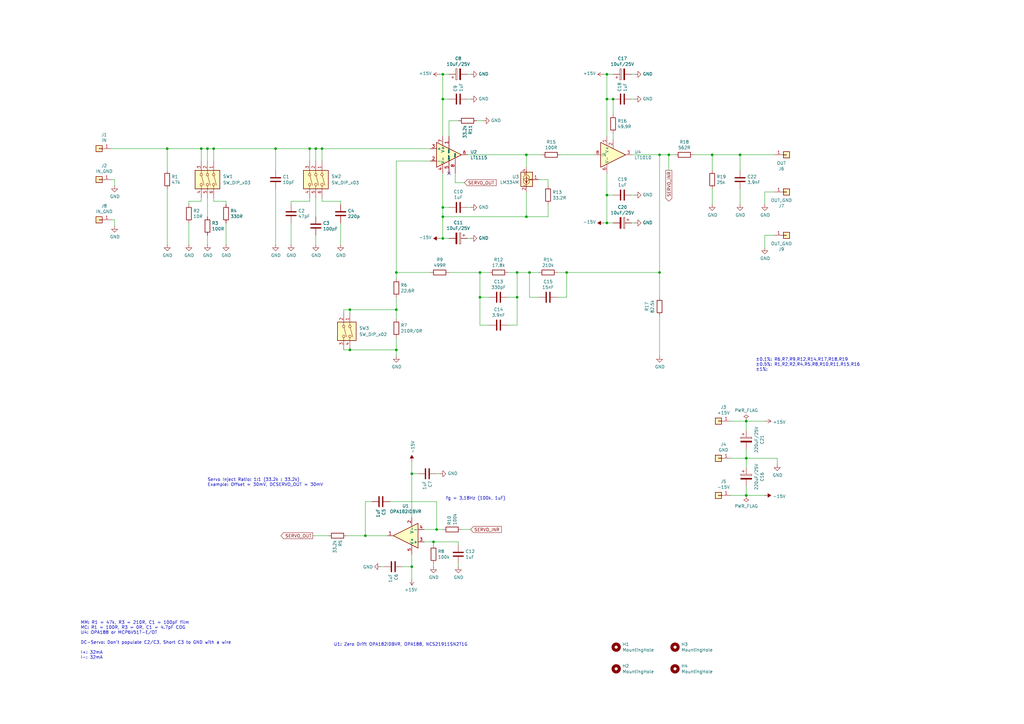
<source format=kicad_sch>
(kicad_sch (version 20250114) (generator "eeschema") (generator_version "9.0")
  (paper "A3")
  (title_block (title "LT1115 MC/MM Phono Pre") (date "2025-08-15") (rev "V6"))
  (lib_symbols
    (symbol "Amplifier_Operational:OPA188xxDBV" (pin_names (offset 0.127))
      (property "Reference" "U" (at 0 5.08 0))
      (property "Value" "OPA188xxDBV" (at 0 -5.08 0))
      (symbol "OPA188xxDBV_0_1"
        (polyline (pts (xy -5.08 5.08) (xy 5.08 0) (xy -5.08 -5.08) (xy -5.08 5.08)) (stroke (width 0.254)) (fill (type background)))
        (pin power_in line (at -2.54 7.62 270) (length 3.81) (name "V+") (number "5"))
        (pin power_in line (at -2.54 -7.62 90) (length 3.81) (name "V-") (number "2"))
      )
      (symbol "OPA188xxDBV_1_1"
        (pin input line (at -7.62 2.54 0) (length 2.54) (name "+") (number "3"))
        (pin input line (at -7.62 -2.54 0) (length 2.54) (name "-") (number "4"))
        (pin output line (at 7.62 0 180) (length 2.54) (name "~") (number "1"))
      )
    )
    (symbol "Connector_Generic:Conn_01x01" (pin_names (offset 1.016) (hide yes))
      (property "Reference" "J" (at 0 2.54 0))
      (property "Value" "Conn_01x01" (at 0 -2.54 0))
      (symbol "Conn_01x01_1_1"
        (rectangle (start -1.27 1.27) (end 1.27 -1.27) (stroke (width 0.254)) (fill (type background)))
        (rectangle (start -1.27 0.127) (end 0 -0.127) (stroke (width 0.1524)))
        (pin passive line (at -5.08 0 0) (length 3.81) (name "Pin_1") (number "1"))
      )
    )
    (symbol "Device:C" (pin_numbers (hide yes)) (pin_names (offset 0.254))
      (property "Reference" "C" (at 0.635 2.54 0))
      (property "Value" "C" (at 0.635 -2.54 0))
      (symbol "C_0_1"
        (polyline (pts (xy -2.032 0.762) (xy 2.032 0.762)) (stroke (width 0.508)))
        (polyline (pts (xy -2.032 -0.762) (xy 2.032 -0.762)) (stroke (width 0.508)))
      )
      (symbol "C_1_1"
        (pin passive line (at 0 3.81 270) (length 2.794) (name "~") (number "1"))
        (pin passive line (at 0 -3.81 90) (length 2.794) (name "~") (number "2"))
      )
    )
    (symbol "Device:C_Polarized" (pin_numbers (hide yes)) (pin_names (offset 0.254))
      (property "Reference" "C" (at 0.635 2.54 0))
      (property "Value" "C_Polarized" (at 0.635 -2.54 0))
      (symbol "C_Polarized_0_1"
        (rectangle (start -2.286 0.508) (end 2.286 1.016))
        (polyline (pts (xy -1.778 2.286) (xy -0.762 2.286)))
        (polyline (pts (xy -1.27 2.794) (xy -1.27 1.778)))
        (rectangle (start 2.286 -0.508) (end -2.286 -1.016) (fill (type outline)))
      )
      (symbol "C_Polarized_1_1"
        (pin passive line (at 0 3.81 270) (length 2.794) (name "~") (number "1"))
        (pin passive line (at 0 -3.81 90) (length 2.794) (name "~") (number "2"))
      )
    )
    (symbol "Device:R" (pin_numbers (hide yes)) (pin_names (offset 0))
      (property "Reference" "R" (at 2.032 0 90))
      (property "Value" "R" (at 0 0 90))
      (symbol "R_0_1"
        (rectangle (start -1.016 -2.54) (end 1.016 2.54) (stroke (width 0.254)))
      )
      (symbol "R_1_1"
        (pin passive line (at 0 3.81 270) (length 1.27) (name "~") (number "1"))
        (pin passive line (at 0 -3.81 90) (length 1.27) (name "~") (number "2"))
      )
    )
    (symbol "Mechanical:MountingHole" (pin_names (offset 1.016)) (in_bom no)
      (property "Reference" "H" (at 0 5.08 0))
      (property "Value" "MountingHole" (at 0 3.175 0))
      (symbol "MountingHole_0_1"
        (circle (center 0 0) (radius 1.27) (stroke (width 1.27)))
      )
    )
    (symbol "Reference_Current:LM334M"
      (property "Reference" "U" (at 0.635 6.35 0))
      (property "Value" "LM334M" (at 0.635 4.445 0))
      (symbol "LM334M_0_1"
        (rectangle (start -2.286 3.048) (end 2.54 -2.794) (stroke (width 0.254)) (fill (type background)))
        (polyline (pts (xy -1.143 -2.413) (xy -0.381 -2.413)))
        (polyline (pts (xy -1.016 2.413) (xy -0.254 2.413)))
        (polyline (pts (xy -0.635 2.794) (xy -0.635 2.032)))
        (polyline (pts (xy 0 3.81) (xy 0 1.905)))
        (polyline (pts (xy 0 1.397) (xy 0 -1.397)) (stroke (width 0.254)))
        (circle (center 0 0.635) (radius 1.27))
        (circle (center 0 -0.635) (radius 1.27))
        (polyline (pts (xy 0 -1.397) (xy -0.254 -0.889) (xy 0.254 -0.889) (xy 0 -1.397)) (stroke (width 0.254)))
        (polyline (pts (xy 0 -1.905) (xy 0 -3.175)))
        (polyline (pts (xy 1.27 0) (xy 2.159 0.254) (xy 2.159 -0.254) (xy 1.27 0)))
        (polyline (pts (xy 5.08 0) (xy 1.27 0)))
      )
      (symbol "LM334M_1_1"
        (pin passive line (at 0 5.08 270) (length 2.54) (name "~") (number "4"))
        (pin passive line (at 0 -5.08 90) (length 2.54) (name "~") (number "2"))
        (pin passive line (at 0 -5.08 90) (length 2.54) (hide yes) (name "~") (number "3"))
        (pin passive line (at 0 -5.08 90) (length 2.54) (hide yes) (name "~") (number "6"))
        (pin passive line (at 0 -5.08 90) (length 2.54) (hide yes) (name "~") (number "7"))
        (pin passive line (at 5.08 0 180) (length 2.54) (name "~") (number "1"))
      )
    )
    (symbol "Switch:SW_DIP_x02" (pin_names (offset 0) (hide yes))
      (property "Reference" "SW" (at 0 6.35 0))
      (property "Value" "SW_DIP_x02" (at 0 -3.81 0))
      (symbol "SW_DIP_x02_0_0"
        (circle (center -2.032 2.54) (radius 0.508))
        (circle (center -2.032 0) (radius 0.508))
        (polyline (pts (xy -1.524 2.667) (xy 2.3622 3.7084)))
        (polyline (pts (xy -1.524 0.127) (xy 2.3622 1.1684)))
        (circle (center 2.032 2.54) (radius 0.508))
        (circle (center 2.032 0) (radius 0.508))
      )
      (symbol "SW_DIP_x02_0_1"
        (rectangle (start -3.81 5.08) (end 3.81 -2.54) (stroke (width 0.254)) (fill (type background)))
      )
      (symbol "SW_DIP_x02_1_1"
        (pin passive line (at -7.62 2.54 0) (length 5.08) (name "~") (number "1"))
        (pin passive line (at -7.62 0 0) (length 5.08) (name "~") (number "2"))
        (pin passive line (at 7.62 2.54 180) (length 5.08) (name "~") (number "4"))
        (pin passive line (at 7.62 0 180) (length 5.08) (name "~") (number "3"))
      )
    )
    (symbol "Switch:SW_DIP_x03" (pin_names (offset 0) (hide yes))
      (property "Reference" "SW" (at 0 6.35 0))
      (property "Value" "SW_DIP_x03" (at 0 -6.35 0))
      (symbol "SW_DIP_x03_0_0"
        (circle (center -2.032 2.54) (radius 0.508))
        (circle (center -2.032 0) (radius 0.508))
        (circle (center -2.032 -2.54) (radius 0.508))
        (polyline (pts (xy -1.524 2.667) (xy 2.3622 3.7084)))
        (polyline (pts (xy -1.524 0.127) (xy 2.3622 1.1684)))
        (polyline (pts (xy -1.524 -2.413) (xy 2.3622 -1.3716)))
        (circle (center 2.032 2.54) (radius 0.508))
        (circle (center 2.032 0) (radius 0.508))
        (circle (center 2.032 -2.54) (radius 0.508))
      )
      (symbol "SW_DIP_x03_0_1"
        (rectangle (start -3.81 5.08) (end 3.81 -5.08) (stroke (width 0.254)) (fill (type background)))
      )
      (symbol "SW_DIP_x03_1_1"
        (pin passive line (at -7.62 2.54 0) (length 5.08) (name "~") (number "1"))
        (pin passive line (at -7.62 0 0) (length 5.08) (name "~") (number "2"))
        (pin passive line (at -7.62 -2.54 0) (length 5.08) (name "~") (number "3"))
        (pin passive line (at 7.62 2.54 180) (length 5.08) (name "~") (number "6"))
        (pin passive line (at 7.62 0 180) (length 5.08) (name "~") (number "5"))
        (pin passive line (at 7.62 -2.54 180) (length 5.08) (name "~") (number "4"))
      )
    )
    (symbol "kicad-snk:LT1010" (pin_names (offset 0.254))
      (property "Reference" "U" (at 5.08 6.35 0))
      (property "Value" "LT1010" (at 6.35 -6.35 0))
      (symbol "LT1010_0_1"
        (polyline (pts (xy 5.08 0) (xy -5.08 5.08) (xy -5.08 -5.08) (xy 5.08 0)) (stroke (width 0.254)) (fill (type background)))
      )
      (symbol "LT1010_1_1"
        (pin input line (at -7.62 0 0) (length 2.54) (name "IN") (number "8"))
        (pin power_in line (at -2.54 7.62 270) (length 3.81) (name "V+") (number "1"))
        (pin power_in line (at -2.54 -7.62 90) (length 3.81) (name "V-") (number "6"))
        (pin power_in line (at 0 6.35 270) (length 3.81) (name "~") (number "2"))
        (pin output line (at 7.62 0 180) (length 2.54) (name "~") (number "3"))
      )
    )
    (symbol "kicad-snk:LT1115" (pin_names (offset 0.127))
      (property "Reference" "U" (at 5.08 7.62 0))
      (property "Value" "LT1115" (at 5.08 5.08 0))
      (symbol "LT1115_0_1"
        (polyline (pts (xy -5.08 5.08) (xy -5.08 -5.08) (xy 5.08 0) (xy -5.08 5.08)) (stroke (width 0.254)) (fill (type background)))
      )
      (symbol "LT1115_1_1"
        (pin input line (at -7.62 2.54 0) (length 2.54) (name "+") (number "3"))
        (pin input line (at -7.62 -2.54 0) (length 2.54) (name "-") (number "2"))
        (pin power_in line (at -2.54 7.62 270) (length 3.81) (name "V+") (number "7"))
        (pin power_in line (at -2.54 -7.62 90) (length 3.81) (name "V-") (number "4"))
        (pin input line (at 0 7.62 270) (length 5.08) (name "TRIM") (number "1"))
        (pin input line (at 0 -7.62 90) (length 5.08) (name "COMP") (number "5"))
        (pin output line (at 2.54 -7.62 90) (length 6.35) (name "TRIM") (number "8"))
        (pin output line (at 7.62 0 180) (length 2.54) (name "~") (number "6"))
      )
    )
    (symbol "power:+15V" (power) (pin_numbers (hide yes)) (pin_names (offset 0) (hide yes))
      (property "Value" "+15V" (at 0 3.556 0))
      (symbol "+15V_0_1"
        (polyline (pts (xy -0.762 1.27) (xy 0 2.54)))
        (polyline (pts (xy 0 2.54) (xy 0.762 1.27)))
        (polyline (pts (xy 0 0) (xy 0 2.54)))
      )
      (symbol "+15V_1_1"
        (pin power_in line (at 0 0 90) (length 0) (name "~") (number "1"))
      )
    )
    (symbol "power:-15V" (power) (pin_numbers (hide yes)) (pin_names (offset 0) (hide yes))
      (property "Value" "-15V" (at 0 3.556 0))
      (symbol "-15V_0_0"
        (pin power_in line (at 0 0 90) (length 0) (name "~") (number "1"))
      )
      (symbol "-15V_0_1"
        (polyline (pts (xy 0 0) (xy 0 1.27) (xy 0.762 1.27) (xy 0 2.54) (xy -0.762 1.27) (xy 0 1.27)) (fill (type outline)))
      )
    )
    (symbol "power:GND" (power) (pin_numbers (hide yes)) (pin_names (offset 0) (hide yes))
      (property "Value" "GND" (at 0 -3.81 0))
      (symbol "GND_0_1"
        (polyline (pts (xy 0 0) (xy 0 -1.27) (xy 1.27 -1.27) (xy 0 -2.54) (xy -1.27 -1.27) (xy 0 -1.27)))
      )
      (symbol "GND_1_1"
        (pin power_in line (at 0 0 270) (length 0) (name "~") (number "1"))
      )
    )
    (symbol "power:PWR_FLAG" (power) (pin_numbers (hide yes)) (pin_names (offset 0) (hide yes))
      (property "Value" "PWR_FLAG" (at 0 3.81 0))
      (symbol "PWR_FLAG_0_0"
        (pin power_out line (at 0 0 90) (length 0) (name "~") (number "1"))
      )
      (symbol "PWR_FLAG_0_1"
        (polyline (pts (xy 0 0) (xy 0 1.27) (xy -1.016 1.905) (xy 0 2.54) (xy 1.016 1.905) (xy 0 1.27)))
      )
    )
  )
  (text "U1: Zero Drift OPA182IDBVR, OPA188, NCS21911SN2T1G" (at 136.906 265.176 0) (effects (font (size 1.27 1.27)) (justify left bottom)))
  (text "Servo Inject Ratio: 1:1 (33.2k : 33.2k)\nExample: Offset = 30mV, DCSERVO_OUT = 30mV" (at 85.09 199.644 0) (effects (font (size 1.27 1.27)) (justify left bottom)))
  (text "MM: R1 = 47k, R3 = 210R, C1 = 100pF film\nMC: R1 = 100R, R3 = 0R, C1 = 4.7pF COG\nU4: OPA188 or MCP6V51T-E/OT\n\nDC-Servo: Don’t populate C2/C3, Short C3 to GND with a wire\n\nI+: 32mA\nI-: 32mA" (at 33.02 270.51 0) (effects (font (size 1.27 1.27)) (justify left bottom)))
  (text "±0.1%: R6,R7,R9,R12,R14,R17,R18,R19\n±0.5%: R1,R2,R2,R4,R5,R8,R10,R11,R15,R16\n±1%: \n" (at 309.88 149.606 0) (effects (font (size 1.27 1.27)) (justify left)))
  (text "fg = 3.18Hz (100k, 1uF)" (at 182.88 205.232 0) (effects (font (size 1.27 1.27)) (justify left bottom)))
  (junction (at 196.85 111.76))
  (junction (at 68.58 60.96))
  (junction (at 162.56 127))
  (junction (at 82.55 60.96))
  (junction (at 181.61 85.09))
  (junction (at 113.03 60.96))
  (junction (at 181.61 40.64))
  (junction (at 127 60.96))
  (junction (at 162.56 143.51))
  (junction (at 149.86 219.71))
  (junction (at 132.08 60.96))
  (junction (at 212.09 111.76))
  (junction (at 274.32 63.5))
  (junction (at 232.41 111.76))
  (junction (at 196.85 121.92))
  (junction (at 215.9 63.5))
  (junction (at 181.61 88.9))
  (junction (at 162.56 111.76))
  (junction (at 215.9 88.9))
  (junction (at 248.92 30.48))
  (junction (at 248.92 91.44))
  (junction (at 306.07 203.2))
  (junction (at 248.92 40.64))
  (junction (at 143.51 143.51))
  (junction (at 129.54 60.96))
  (junction (at 217.17 111.76))
  (junction (at 306.07 172.72))
  (junction (at 179.07 217.17))
  (junction (at 251.46 40.64))
  (junction (at 177.8 222.25))
  (junction (at 181.61 30.48))
  (junction (at 270.51 63.5))
  (junction (at 181.61 97.79))
  (junction (at 168.91 194.31))
  (junction (at 212.09 121.92))
  (junction (at 85.09 60.96))
  (junction (at 248.92 80.01))
  (junction (at 143.51 127))
  (junction (at 87.63 60.96))
  (junction (at 306.07 187.96))
  (junction (at 292.1 63.5))
  (junction (at 303.53 63.5))
  (junction (at 168.91 232.41))
  (junction (at 270.51 111.76))
  (no_connect (at 184.15 71.12))
  (wire (pts (xy 177.8 222.25) (xy 187.96 222.25)))
  (wire (pts (xy 251.46 30.48) (xy 248.92 30.48)))
  (wire (pts (xy 87.63 60.96) (xy 87.63 66.04)))
  (wire (pts (xy 224.79 73.66) (xy 220.98 73.66)))
  (wire (pts (xy 173.99 222.25) (xy 177.8 222.25)))
  (wire (pts (xy 180.34 97.79) (xy 181.61 97.79)))
  (wire (pts (xy 181.61 88.9) (xy 181.61 97.79)))
  (wire (pts (xy 132.08 60.96) (xy 176.53 60.96)))
  (wire (pts (xy 132.08 60.96) (xy 132.08 66.04)))
  (wire (pts (xy 318.77 187.96) (xy 306.07 187.96)))
  (wire (pts (xy 224.79 83.82) (xy 224.79 88.9)))
  (wire (pts (xy 200.66 121.92) (xy 196.85 121.92)))
  (wire (pts (xy 184.15 85.09) (xy 181.61 85.09)))
  (wire (pts (xy 260.35 40.64) (xy 259.08 40.64)))
  (wire (pts (xy 189.23 217.17) (xy 193.04 217.17)))
  (wire (pts (xy 229.87 63.5) (xy 243.84 63.5)))
  (wire (pts (xy 184.15 49.53) (xy 184.15 55.88)))
  (wire (pts (xy 292.1 69.85) (xy 292.1 63.5)))
  (wire (pts (xy 87.63 60.96) (xy 113.03 60.96)))
  (wire (pts (xy 212.09 121.92) (xy 212.09 111.76)))
  (wire (pts (xy 139.7 82.55) (xy 139.7 83.82)))
  (wire (pts (xy 232.41 121.92) (xy 232.41 111.76)))
  (wire (pts (xy 46.99 90.17) (xy 46.99 92.71)))
  (wire (pts (xy 92.71 82.55) (xy 92.71 83.82)))
  (wire (pts (xy 228.6 111.76) (xy 232.41 111.76)))
  (wire (pts (xy 195.58 49.53) (xy 198.12 49.53)))
  (wire (pts (xy 260.35 80.01) (xy 259.08 80.01)))
  (wire (pts (xy 129.54 96.52) (xy 129.54 100.33)))
  (wire (pts (xy 215.9 63.5) (xy 222.25 63.5)))
  (wire (pts (xy 162.56 121.92) (xy 162.56 127)))
  (wire (pts (xy 45.72 90.17) (xy 46.99 90.17)))
  (wire (pts (xy 82.55 82.55) (xy 77.47 82.55)))
  (wire (pts (xy 259.08 63.5) (xy 270.51 63.5)))
  (wire (pts (xy 224.79 76.2) (xy 224.79 73.66)))
  (wire (pts (xy 208.28 133.35) (xy 212.09 133.35)))
  (wire (pts (xy 77.47 91.44) (xy 77.47 100.33)))
  (wire (pts (xy 119.38 82.55) (xy 127 82.55)))
  (wire (pts (xy 220.98 121.92) (xy 217.17 121.92)))
  (wire (pts (xy 132.08 81.28) (xy 132.08 82.55)))
  (wire (pts (xy 45.72 60.96) (xy 68.58 60.96)))
  (wire (pts (xy 251.46 80.01) (xy 248.92 80.01)))
  (wire (pts (xy 317.5 96.52) (xy 313.69 96.52)))
  (wire (pts (xy 87.63 82.55) (xy 92.71 82.55)))
  (wire (pts (xy 248.92 71.12) (xy 248.92 80.01)))
  (wire (pts (xy 160.02 205.74) (xy 179.07 205.74)))
  (wire (pts (xy 87.63 81.28) (xy 87.63 82.55)))
  (wire (pts (xy 177.8 232.41) (xy 177.8 231.14)))
  (wire (pts (xy 162.56 127) (xy 162.56 130.81)))
  (wire (pts (xy 187.96 222.25) (xy 187.96 223.52)))
  (wire (pts (xy 274.32 69.85) (xy 274.32 63.5)))
  (wire (pts (xy 140.97 127) (xy 140.97 128.27)))
  (wire (pts (xy 68.58 77.47) (xy 68.58 100.33)))
  (wire (pts (xy 113.03 60.96) (xy 113.03 69.85)))
  (wire (pts (xy 181.61 40.64) (xy 181.61 55.88)))
  (wire (pts (xy 140.97 127) (xy 143.51 127)))
  (wire (pts (xy 232.41 111.76) (xy 270.51 111.76)))
  (wire (pts (xy 129.54 81.28) (xy 129.54 88.9)))
  (wire (pts (xy 303.53 83.82) (xy 303.53 77.47)))
  (wire (pts (xy 179.07 194.31) (xy 180.34 194.31)))
  (wire (pts (xy 270.51 111.76) (xy 270.51 121.92)))
  (wire (pts (xy 217.17 121.92) (xy 217.17 111.76)))
  (wire (pts (xy 248.92 30.48) (xy 248.92 40.64)))
  (wire (pts (xy 186.69 74.93) (xy 186.69 71.12)))
  (wire (pts (xy 317.5 78.74) (xy 313.69 78.74)))
  (wire (pts (xy 306.07 187.96) (xy 306.07 191.77)))
  (wire (pts (xy 193.04 85.09) (xy 191.77 85.09)))
  (wire (pts (xy 119.38 91.44) (xy 119.38 100.33)))
  (wire (pts (xy 129.54 60.96) (xy 132.08 60.96)))
  (wire (pts (xy 68.58 69.85) (xy 68.58 60.96)))
  (wire (pts (xy 251.46 57.15) (xy 251.46 54.61)))
  (wire (pts (xy 181.61 97.79) (xy 184.15 97.79)))
  (wire (pts (xy 177.8 222.25) (xy 177.8 223.52)))
  (wire (pts (xy 46.99 73.66) (xy 46.99 76.2)))
  (wire (pts (xy 270.51 63.5) (xy 274.32 63.5)))
  (wire (pts (xy 184.15 111.76) (xy 196.85 111.76)))
  (wire (pts (xy 306.07 203.2) (xy 299.72 203.2)))
  (wire (pts (xy 313.69 78.74) (xy 313.69 83.82)))
  (wire (pts (xy 313.69 172.72) (xy 306.07 172.72)))
  (wire (pts (xy 181.61 85.09) (xy 181.61 88.9)))
  (wire (pts (xy 184.15 40.64) (xy 181.61 40.64)))
  (wire (pts (xy 168.91 194.31) (xy 168.91 212.09)))
  (wire (pts (xy 165.1 232.41) (xy 168.91 232.41)))
  (wire (pts (xy 181.61 217.17) (xy 179.07 217.17)))
  (wire (pts (xy 156.21 232.41) (xy 157.48 232.41)))
  (wire (pts (xy 212.09 111.76) (xy 217.17 111.76)))
  (wire (pts (xy 92.71 91.44) (xy 92.71 100.33)))
  (wire (pts (xy 306.07 199.39) (xy 306.07 203.2)))
  (wire (pts (xy 85.09 60.96) (xy 87.63 60.96)))
  (wire (pts (xy 180.34 30.48) (xy 181.61 30.48)))
  (wire (pts (xy 306.07 203.2) (xy 313.69 203.2)))
  (wire (pts (xy 248.92 80.01) (xy 248.92 91.44)))
  (wire (pts (xy 68.58 60.96) (xy 82.55 60.96)))
  (wire (pts (xy 179.07 217.17) (xy 173.99 217.17)))
  (wire (pts (xy 251.46 91.44) (xy 248.92 91.44)))
  (wire (pts (xy 292.1 83.82) (xy 292.1 77.47)))
  (wire (pts (xy 82.55 81.28) (xy 82.55 82.55)))
  (wire (pts (xy 270.51 129.54) (xy 270.51 146.05)))
  (wire (pts (xy 149.86 219.71) (xy 158.75 219.71)))
  (wire (pts (xy 132.08 82.55) (xy 139.7 82.55)))
  (wire (pts (xy 196.85 111.76) (xy 200.66 111.76)))
  (wire (pts (xy 181.61 71.12) (xy 181.61 85.09)))
  (wire (pts (xy 193.04 97.79) (xy 191.77 97.79)))
  (wire (pts (xy 306.07 172.72) (xy 299.72 172.72)))
  (wire (pts (xy 181.61 30.48) (xy 181.61 40.64)))
  (wire (pts (xy 134.62 219.71) (xy 128.27 219.71)))
  (wire (pts (xy 187.96 232.41) (xy 187.96 231.14)))
  (wire (pts (xy 208.28 111.76) (xy 212.09 111.76)))
  (wire (pts (xy 217.17 111.76) (xy 220.98 111.76)))
  (wire (pts (xy 152.4 205.74) (xy 149.86 205.74)))
  (wire (pts (xy 77.47 82.55) (xy 77.47 83.82)))
  (wire (pts (xy 196.85 121.92) (xy 196.85 111.76)))
  (wire (pts (xy 303.53 69.85) (xy 303.53 63.5)))
  (wire (pts (xy 251.46 40.64) (xy 248.92 40.64)))
  (wire (pts (xy 187.96 49.53) (xy 184.15 49.53)))
  (wire (pts (xy 181.61 30.48) (xy 184.15 30.48)))
  (wire (pts (xy 303.53 63.5) (xy 292.1 63.5)))
  (wire (pts (xy 306.07 184.15) (xy 306.07 187.96)))
  (wire (pts (xy 248.92 40.64) (xy 248.92 55.88)))
  (wire (pts (xy 162.56 66.04) (xy 162.56 111.76)))
  (wire (pts (xy 212.09 133.35) (xy 212.09 121.92)))
  (wire (pts (xy 140.97 143.51) (xy 143.51 143.51)))
  (wire (pts (xy 85.09 60.96) (xy 85.09 66.04)))
  (wire (pts (xy 270.51 63.5) (xy 270.51 111.76)))
  (wire (pts (xy 129.54 60.96) (xy 129.54 66.04)))
  (wire (pts (xy 228.6 121.92) (xy 232.41 121.92)))
  (wire (pts (xy 190.5 74.93) (xy 186.69 74.93)))
  (wire (pts (xy 82.55 60.96) (xy 85.09 60.96)))
  (wire (pts (xy 143.51 127) (xy 162.56 127)))
  (wire (pts (xy 193.04 40.64) (xy 191.77 40.64)))
  (wire (pts (xy 139.7 91.44) (xy 139.7 100.33)))
  (wire (pts (xy 119.38 82.55) (xy 119.38 83.82)))
  (wire (pts (xy 193.04 30.48) (xy 191.77 30.48)))
  (wire (pts (xy 168.91 232.41) (xy 168.91 227.33)))
  (wire (pts (xy 292.1 63.5) (xy 284.48 63.5)))
  (wire (pts (xy 171.45 194.31) (xy 168.91 194.31)))
  (wire (pts (xy 306.07 187.96) (xy 299.72 187.96)))
  (wire (pts (xy 127 60.96) (xy 127 66.04)))
  (wire (pts (xy 313.69 96.52) (xy 313.69 101.6)))
  (wire (pts (xy 247.65 30.48) (xy 248.92 30.48)))
  (wire (pts (xy 143.51 143.51) (xy 162.56 143.51)))
  (wire (pts (xy 247.65 91.44) (xy 248.92 91.44)))
  (wire (pts (xy 260.35 91.44) (xy 259.08 91.44)))
  (wire (pts (xy 168.91 237.49) (xy 168.91 232.41)))
  (wire (pts (xy 142.24 219.71) (xy 149.86 219.71)))
  (wire (pts (xy 176.53 66.04) (xy 162.56 66.04)))
  (wire (pts (xy 215.9 88.9) (xy 224.79 88.9)))
  (wire (pts (xy 260.35 30.48) (xy 259.08 30.48)))
  (wire (pts (xy 200.66 133.35) (xy 196.85 133.35)))
  (wire (pts (xy 274.32 63.5) (xy 276.86 63.5)))
  (wire (pts (xy 176.53 111.76) (xy 162.56 111.76)))
  (wire (pts (xy 113.03 77.47) (xy 113.03 100.33)))
  (wire (pts (xy 215.9 68.58) (xy 215.9 63.5)))
  (wire (pts (xy 143.51 127) (xy 143.51 128.27)))
  (wire (pts (xy 85.09 81.28) (xy 85.09 88.9)))
  (wire (pts (xy 318.77 190.5) (xy 318.77 187.96)))
  (wire (pts (xy 82.55 60.96) (xy 82.55 66.04)))
  (wire (pts (xy 127 60.96) (xy 129.54 60.96)))
  (wire (pts (xy 179.07 205.74) (xy 179.07 217.17)))
  (wire (pts (xy 181.61 88.9) (xy 215.9 88.9)))
  (wire (pts (xy 162.56 138.43) (xy 162.56 143.51)))
  (wire (pts (xy 113.03 60.96) (xy 127 60.96)))
  (wire (pts (xy 85.09 96.52) (xy 85.09 100.33)))
  (wire (pts (xy 196.85 133.35) (xy 196.85 121.92)))
  (wire (pts (xy 191.77 63.5) (xy 215.9 63.5)))
  (wire (pts (xy 162.56 111.76) (xy 162.56 114.3)))
  (wire (pts (xy 215.9 78.74) (xy 215.9 88.9)))
  (wire (pts (xy 208.28 121.92) (xy 212.09 121.92)))
  (wire (pts (xy 306.07 172.72) (xy 306.07 176.53)))
  (wire (pts (xy 317.5 63.5) (xy 303.53 63.5)))
  (wire (pts (xy 168.91 194.31) (xy 168.91 189.23)))
  (wire (pts (xy 127 81.28) (xy 127 82.55)))
  (wire (pts (xy 251.46 46.99) (xy 251.46 40.64)))
  (wire (pts (xy 45.72 73.66) (xy 46.99 73.66)))
  (wire (pts (xy 162.56 143.51) (xy 162.56 146.05)))
  (wire (pts (xy 149.86 205.74) (xy 149.86 219.71)))
  (global_label "SERVO_OUT" (shape input) (at 190.5 74.93 0) (property "Intersheetrefs" "${INTERSHEET_REFS}" (effects (hide yes))))
  (global_label "SERVO_OUT" (shape output) (at 128.27 219.71 180) (property "Intersheetrefs" "${INTERSHEET_REFS}" (effects (hide yes))))
  (global_label "SERVO_INR" (shape output) (at 274.32 69.85 270) (property "Intersheetrefs" "${INTERSHEET_REFS}" (effects (hide yes))))
  (global_label "SERVO_INR" (shape input) (at 193.04 217.17 0) (property "Intersheetrefs" "${INTERSHEET_REFS}" (effects (hide yes))))
  (symbol (lib_id "Device:R") (at 138.43 219.71 270) (unit 1)
    (property "Reference" "R5" (at 139.5984 221.488 0) (effects (justify left)))
    (property "Value" "33.2k" (at 137.287 221.488 0) (effects (justify left)))
    (property "Footprint" "Resistor_SMD:R_0805_2012Metric_Pad1.20x1.40mm_HandSolder" (effects (hide yes)))
    (property "Description" "Resistor" (effects (hide yes)))
  )
  (symbol (lib_id "kicad-snk:LT1010") (at 251.46 63.5 0) (unit 1)
    (property "Reference" "U4" (at 260.1976 62.3316 0) (effects (justify left)))
    (property "Value" "LT1010" (at 260.1976 64.643 0) (effects (justify left)))
    (property "Footprint" "Package_DIP:DIP-8_W7.62mm_Socket" (effects (hide yes)))
    (property "Datasheet" "http://www.analog.com/media/en/technical-documentation/data-sheets/1010fe.pdf" (effects (hide yes)))
    (property "Description" "Fast ±150mA Power Buffer" (effects (hide yes)))
    (property "MFN" "Analog Devices" (effects (hide yes)))
    (property "MFP" "LT1010" (effects (hide yes)))
  )
  (symbol (lib_id "kicad-snk:LT1115") (at 184.15 63.5 0) (unit 1)
    (property "Reference" "U2" (at 192.8876 62.3316 0) (effects (justify left)))
    (property "Value" "LT1115" (at 192.8876 64.643 0) (effects (justify left)))
    (property "Footprint" "Package_DIP:DIP-8_W7.62mm_Socket" (effects (hide yes)))
    (property "Datasheet" "https://www.analog.com/media/en/technical-documentation/data-sheets/lt1152.pdf" (effects (hide yes)))
    (property "Description" "Rail-to-Rail Input, Rail-to-Rail Output, Zero-Drift Op Amp, DIP-8, SOIC-8" (effects (hide yes)))
  )
  (symbol (lib_id "Reference_Current:LM334M") (at 215.9 73.66 0) (unit 1)
    (property "Reference" "U3" (at 212.852 72.4916 0) (effects (justify right)))
    (property "Value" "LM334M" (at 212.852 74.803 0) (effects (justify right)))
    (property "Footprint" "Package_SO:SOIC-8_3.9x4.9mm_P1.27mm" (effects (hide yes)))
    (property "Datasheet" "http://www.ti.com/lit/ds/symlink/lm134.pdf" (effects (hide yes)))
    (property "Description" "1μA to 10mA 3-Terminal Adjustable Current Source, SO-8" (effects (hide yes)))
  )
  (symbol (lib_id "Device:R") (at 224.79 80.01 0) (unit 1)
    (property "Reference" "R13" (at 226.568 78.8416 0) (effects (justify left)))
    (property "Value" "33.2R" (at 226.568 81.153 0) (effects (justify left)))
    (property "Footprint" "Resistor_SMD:R_0805_2012Metric_Pad1.20x1.40mm_HandSolder" (effects (hide yes)))
    (property "Description" "Resistor" (effects (hide yes)))
  )
  (symbol (lib_id "Device:R") (at 68.58 73.66 0) (unit 1)
    (property "Reference" "R1" (at 70.358 72.4916 0) (effects (justify left)))
    (property "Value" "47k" (at 70.358 74.803 0) (effects (justify left)))
    (property "Footprint" "Resistor_SMD:R_0805_2012Metric_Pad1.20x1.40mm_HandSolder" (effects (hide yes)))
    (property "Description" "Resistor" (effects (hide yes)))
  )
  (symbol (lib_id "Device:R") (at 226.06 63.5 270) (unit 1)
    (property "Reference" "R15" (at 226.06 58.2422 90))
    (property "Value" "100R" (at 226.06 60.5536 90))
    (property "Footprint" "Resistor_SMD:R_0805_2012Metric_Pad1.20x1.40mm_HandSolder" (effects (hide yes)))
    (property "Description" "Resistor" (effects (hide yes)))
  )
  (symbol (lib_id "Device:R") (at 280.67 63.5 270) (unit 1)
    (property "Reference" "R18" (at 280.67 58.2422 90))
    (property "Value" "562R" (at 280.67 60.5536 90))
    (property "Footprint" "Resistor_SMD:R_0805_2012Metric_Pad1.20x1.40mm_HandSolder" (effects (hide yes)))
    (property "Description" "Resistor" (effects (hide yes)))
  )
  (symbol (lib_id "Device:R") (at 292.1 73.66 0) (unit 1)
    (property "Reference" "R19" (at 293.878 72.4916 0) (effects (justify left)))
    (property "Value" "25k" (at 293.878 74.803 0) (effects (justify left)))
    (property "Footprint" "Resistor_SMD:R_0805_2012Metric_Pad1.20x1.40mm_HandSolder" (effects (hide yes)))
    (property "Description" "Resistor" (effects (hide yes)))
  )
  (symbol (lib_id "Device:C") (at 303.53 73.66 0) (unit 1)
    (property "Reference" "C22" (at 306.451 72.4916 0) (effects (justify left)))
    (property "Value" "3.9nF" (at 306.451 74.803 0) (effects (justify left)))
    (property "Footprint" "Capacitor_SMD:C_0603_1608Metric_Pad1.08x0.95mm_HandSolder" (effects (hide yes)))
    (property "Description" "Unpolarized capacitor" (effects (hide yes)))
  )
  (symbol (lib_id "Device:C") (at 224.79 121.92 270) (unit 1)
    (property "Reference" "C15" (at 224.79 115.5192 90))
    (property "Value" "15nF" (at 224.79 117.8306 90))
    (property "Footprint" "Capacitor_SMD:C_0603_1608Metric_Pad1.08x0.95mm_HandSolder" (effects (hide yes)))
    (property "Description" "Unpolarized capacitor" (effects (hide yes)))
  )
  (symbol (lib_id "Device:C") (at 204.47 121.92 270) (unit 1)
    (property "Reference" "C13" (at 204.47 115.5192 90))
    (property "Value" "330pF" (at 204.47 117.8306 90))
    (property "Footprint" "Capacitor_SMD:C_0603_1608Metric_Pad1.08x0.95mm_HandSolder" (effects (hide yes)))
    (property "Description" "Unpolarized capacitor" (effects (hide yes)))
  )
  (symbol (lib_id "Device:C") (at 187.96 40.64 90) (unit 1)
    (property "Reference" "C9" (at 186.7916 37.6428 0) (effects (justify left)))
    (property "Value" "1uF" (at 189.103 37.6428 0) (effects (justify left)))
    (property "Footprint" "Capacitor_SMD:C_0805_2012Metric_Pad1.18x1.45mm_HandSolder" (effects (hide yes)))
    (property "Description" "Unpolarized capacitor" (effects (hide yes)))
  )
  (symbol (lib_id "Device:R") (at 162.56 118.11 0) (unit 1)
    (property "Reference" "R6" (at 164.338 116.9416 0) (effects (justify left)))
    (property "Value" "22.6R" (at 164.338 119.253 0) (effects (justify left)))
    (property "Footprint" "Resistor_SMD:R_0805_2012Metric_Pad1.20x1.40mm_HandSolder" (effects (hide yes)))
    (property "Description" "Resistor" (effects (hide yes)))
  )
  (symbol (lib_id "Device:R") (at 162.56 134.62 0) (unit 1)
    (property "Reference" "R7" (at 164.338 133.4516 0) (effects (justify left)))
    (property "Value" "210R/0R" (at 164.338 135.763 0) (effects (justify left)))
    (property "Footprint" "Resistor_SMD:R_0805_2012Metric_Pad1.20x1.40mm_HandSolder" (effects (hide yes)))
    (property "Description" "Resistor" (effects (hide yes)))
  )
  (symbol (lib_id "Device:R") (at 180.34 111.76 270) (unit 1)
    (property "Reference" "R9" (at 180.34 106.5022 90))
    (property "Value" "499R" (at 180.34 108.8136 90))
    (property "Footprint" "Resistor_SMD:R_0805_2012Metric_Pad1.20x1.40mm_HandSolder" (effects (hide yes)))
    (property "Description" "Resistor" (effects (hide yes)))
  )
  (symbol (lib_id "Device:C") (at 187.96 85.09 270) (unit 1)
    (property "Reference" "C10" (at 187.96 78.613 90))
    (property "Value" "1uF" (at 187.96 80.9244 90))
    (property "Footprint" "Capacitor_SMD:C_0805_2012Metric_Pad1.18x1.45mm_HandSolder" (effects (hide yes)))
    (property "Description" "Unpolarized capacitor" (effects (hide yes)))
  )
  (symbol (lib_id "power:-15V") (at 180.34 97.79 90) (unit 1)
    (property "Reference" "#PWR016" (effects (hide yes)))
    (property "Value" "-15V" (at 177.0888 97.409 90) (effects (justify left)))
    (property "Description" "Power symbol creates a global label with name \"-15V\"" (effects (hide yes)))
  )
  (symbol (lib_id "power:GND") (at 193.04 85.09 90) (unit 1)
    (property "Reference" "#PWR021" (effects (hide yes)))
    (property "Value" "GND" (at 196.2912 84.963 90) (effects (justify right)))
    (property "Description" "Power symbol creates a global label with name \"GND\" , ground" (effects (hide yes)))
  )
  (symbol (lib_id "Device:R") (at 204.47 111.76 270) (unit 1)
    (property "Reference" "R12" (at 204.47 106.5022 90))
    (property "Value" "17.8k" (at 204.47 108.8136 90))
    (property "Footprint" "Resistor_SMD:R_0805_2012Metric_Pad1.20x1.40mm_HandSolder" (effects (hide yes)))
    (property "Description" "Resistor" (effects (hide yes)))
  )
  (symbol (lib_id "Device:R") (at 224.79 111.76 270) (unit 1)
    (property "Reference" "R14" (at 224.79 106.5022 90))
    (property "Value" "210k" (at 224.79 108.8136 90))
    (property "Footprint" "Resistor_SMD:R_0805_2012Metric_Pad1.20x1.40mm_HandSolder" (effects (hide yes)))
    (property "Description" "Resistor" (effects (hide yes)))
  )
  (symbol (lib_id "Device:C") (at 204.47 133.35 270) (unit 1)
    (property "Reference" "C14" (at 204.47 126.9492 90))
    (property "Value" "3.9nF" (at 204.47 129.2606 90))
    (property "Footprint" "Capacitor_SMD:C_0603_1608Metric_Pad1.08x0.95mm_HandSolder" (effects (hide yes)))
    (property "Description" "Unpolarized capacitor" (effects (hide yes)))
  )
  (symbol (lib_id "Device:R") (at 270.51 125.73 0) (unit 1)
    (property "Reference" "R17" (at 265.2522 125.73 90))
    (property "Value" "82.5k" (at 267.5636 125.73 90))
    (property "Footprint" "Resistor_SMD:R_0805_2012Metric_Pad1.20x1.40mm_HandSolder" (effects (hide yes)))
    (property "Description" "Resistor" (effects (hide yes)))
  )
  (symbol (lib_id "Connector_Generic:Conn_01x01") (at 40.64 60.96 180) (unit 1)
    (property "Reference" "J1" (at 42.7228 55.245 0))
    (property "Value" "IN" (at 42.7228 57.5564 0))
    (property "Footprint" "Connector_Pin:Pin_D1.0mm_L10.0mm" (effects (hide yes)))
    (property "Description" "Generic connector, single row, 01x01, script generated (kicad-library-utils/schlib/autogen/connector/)" (effects (hide yes)))
  )
  (symbol (lib_id "Connector_Generic:Conn_01x01") (at 40.64 73.66 180) (unit 1)
    (property "Reference" "J2" (at 42.7228 67.945 0))
    (property "Value" "IN_GND" (at 42.7228 70.2564 0))
    (property "Footprint" "Connector_Pin:Pin_D1.0mm_L10.0mm" (effects (hide yes)))
    (property "Description" "Generic connector, single row, 01x01, script generated (kicad-library-utils/schlib/autogen/connector/)" (effects (hide yes)))
  )
  (symbol (lib_id "Connector_Generic:Conn_01x01") (at 294.64 172.72 180) (unit 1)
    (property "Reference" "J3" (at 296.7228 167.005 0))
    (property "Value" "+15V" (at 296.7228 169.3164 0))
    (property "Footprint" "Connector_Pin:Pin_D1.0mm_L10.0mm" (effects (hide yes)))
    (property "Description" "Generic connector, single row, 01x01, script generated (kicad-library-utils/schlib/autogen/connector/)" (effects (hide yes)))
  )
  (symbol (lib_id "power:GND") (at 162.56 146.05 0) (unit 1)
    (property "Reference" "#PWR011" (effects (hide yes)))
    (property "Value" "GND" (at 162.687 150.4442 0))
    (property "Description" "Power symbol creates a global label with name \"GND\" , ground" (effects (hide yes)))
  )
  (symbol (lib_id "Device:C") (at 255.27 80.01 270) (unit 1)
    (property "Reference" "C19" (at 255.27 73.533 90))
    (property "Value" "1uF" (at 255.27 75.8444 90))
    (property "Footprint" "Capacitor_SMD:C_0805_2012Metric_Pad1.18x1.45mm_HandSolder" (effects (hide yes)))
    (property "Description" "Unpolarized capacitor" (effects (hide yes)))
  )
  (symbol (lib_id "power:GND") (at 260.35 80.01 90) (unit 1)
    (property "Reference" "#PWR028" (effects (hide yes)))
    (property "Value" "GND" (at 263.6012 79.883 90) (effects (justify right)))
    (property "Description" "Power symbol creates a global label with name \"GND\" , ground" (effects (hide yes)))
  )
  (symbol (lib_id "power:-15V") (at 247.65 91.44 90) (unit 1)
    (property "Reference" "#PWR025" (effects (hide yes)))
    (property "Value" "-15V" (at 244.3988 91.059 90) (effects (justify left)))
    (property "Description" "Power symbol creates a global label with name \"-15V\"" (effects (hide yes)))
  )
  (symbol (lib_id "Device:R") (at 251.46 50.8 0) (unit 1)
    (property "Reference" "R16" (at 253.238 49.6316 0) (effects (justify left)))
    (property "Value" "49.9R" (at 253.238 51.943 0) (effects (justify left)))
    (property "Footprint" "Resistor_SMD:R_0805_2012Metric_Pad1.20x1.40mm_HandSolder" (effects (hide yes)))
    (property "Description" "Resistor" (effects (hide yes)))
  )
  (symbol (lib_id "power:+15V") (at 247.65 30.48 90) (unit 1)
    (property "Reference" "#PWR024" (effects (hide yes)))
    (property "Value" "+15V" (at 244.3988 30.099 90) (effects (justify left)))
    (property "Description" "Power symbol creates a global label with name \"+15V\"" (effects (hide yes)))
  )
  (symbol (lib_id "Device:C") (at 255.27 40.64 90) (unit 1)
    (property "Reference" "C18" (at 254.1016 37.6428 0) (effects (justify left)))
    (property "Value" "1uF" (at 256.413 37.6428 0) (effects (justify left)))
    (property "Footprint" "Capacitor_SMD:C_0805_2012Metric_Pad1.18x1.45mm_HandSolder" (effects (hide yes)))
    (property "Description" "Unpolarized capacitor" (effects (hide yes)))
  )
  (symbol (lib_id "power:GND") (at 260.35 40.64 90) (unit 1)
    (property "Reference" "#PWR027" (effects (hide yes)))
    (property "Value" "GND" (at 263.6012 40.513 90) (effects (justify right)))
    (property "Description" "Power symbol creates a global label with name \"GND\" , ground" (effects (hide yes)))
  )
  (symbol (lib_id "power:+15V") (at 180.34 30.48 90) (unit 1)
    (property "Reference" "#PWR015" (effects (hide yes)))
    (property "Value" "+15V" (at 177.0888 30.099 90) (effects (justify left)))
    (property "Description" "Power symbol creates a global label with name \"+15V\"" (effects (hide yes)))
  )
  (symbol (lib_id "power:GND") (at 193.04 40.64 90) (unit 1)
    (property "Reference" "#PWR020" (effects (hide yes)))
    (property "Value" "GND" (at 196.2912 40.513 90) (effects (justify right)))
    (property "Description" "Power symbol creates a global label with name \"GND\" , ground" (effects (hide yes)))
  )
  (symbol (lib_id "power:GND") (at 46.99 76.2 0) (unit 1)
    (property "Reference" "#PWR01" (effects (hide yes)))
    (property "Value" "GND" (at 47.117 80.5942 0))
    (property "Description" "Power symbol creates a global label with name \"GND\" , ground" (effects (hide yes)))
  )
  (symbol (lib_id "Device:C_Polarized") (at 255.27 30.48 90) (unit 1)
    (property "Reference" "C17" (at 255.27 24.003 90))
    (property "Value" "10uF/25V" (at 255.27 26.3144 90))
    (property "Footprint" "Capacitor_Tantalum_SMD:CP_EIA-3528-12_Kemet-T_HandSolder" (effects (hide yes)))
    (property "Description" "Polarized capacitor" (effects (hide yes)))
  )
  (symbol (lib_id "Device:C_Polarized") (at 187.96 30.48 90) (unit 1)
    (property "Reference" "C8" (at 187.96 24.003 90))
    (property "Value" "10uF/25V" (at 187.96 26.3144 90))
    (property "Footprint" "Capacitor_Tantalum_SMD:CP_EIA-3528-12_Kemet-T_HandSolder" (effects (hide yes)))
    (property "Description" "Polarized capacitor" (effects (hide yes)))
  )
  (symbol (lib_id "Device:C_Polarized") (at 187.96 97.79 270) (unit 1)
    (property "Reference" "C11" (at 187.96 91.313 90))
    (property "Value" "10uF/25V" (at 187.96 93.6244 90))
    (property "Footprint" "Capacitor_Tantalum_SMD:CP_EIA-3528-12_Kemet-T_HandSolder" (effects (hide yes)))
    (property "Description" "Polarized capacitor" (effects (hide yes)))
  )
  (symbol (lib_id "power:GND") (at 193.04 97.79 90) (unit 1)
    (property "Reference" "#PWR022" (effects (hide yes)))
    (property "Value" "GND" (at 196.2912 97.663 90) (effects (justify right)))
    (property "Description" "Power symbol creates a global label with name \"GND\" , ground" (effects (hide yes)))
  )
  (symbol (lib_id "power:GND") (at 193.04 30.48 90) (unit 1)
    (property "Reference" "#PWR019" (effects (hide yes)))
    (property "Value" "GND" (at 196.2912 30.353 90) (effects (justify right)))
    (property "Description" "Power symbol creates a global label with name \"GND\" , ground" (effects (hide yes)))
  )
  (symbol (lib_id "Amplifier_Operational:OPA188xxDBV") (at 166.37 219.71 180) (unit 1)
    (property "Reference" "U1" (at 166.37 207.4926 0))
    (property "Value" "OPA182IDBVR" (at 166.37 209.804 0))
    (property "Footprint" "Package_TO_SOT_SMD:TSOT-23-5" (effects (hide yes)))
    (property "Datasheet" "http://www.ti.com/lit/ds/symlink/opa188.pdf" (effects (hide yes)))
    (property "Description" "Zero-Drift, Precision, Low-Noise, Rail-to-Rail Output, 36-V Operational Amplifier, TSOT-23-5" (effects (hide yes)))
  )
  (symbol (lib_id "Device:R") (at 191.77 49.53 270) (unit 1)
    (property "Reference" "R11" (at 192.9384 51.308 0) (effects (justify left)))
    (property "Value" "33.2k" (at 190.627 51.308 0) (effects (justify left)))
    (property "Footprint" "Resistor_SMD:R_0805_2012Metric_Pad1.20x1.40mm_HandSolder" (effects (hide yes)))
    (property "Description" "Resistor" (effects (hide yes)))
  )
  (symbol (lib_id "power:GND") (at 198.12 49.53 90) (unit 1)
    (property "Reference" "#PWR023" (effects (hide yes)))
    (property "Value" "GND" (at 201.3712 49.403 90) (effects (justify right)))
    (property "Description" "Power symbol creates a global label with name \"GND\" , ground" (effects (hide yes)))
  )
  (symbol (lib_id "Device:R") (at 177.8 227.33 0) (unit 1)
    (property "Reference" "R8" (at 179.578 226.1616 0) (effects (justify left)))
    (property "Value" "100k" (at 179.578 228.473 0) (effects (justify left)))
    (property "Footprint" "Resistor_SMD:R_0805_2012Metric_Pad1.20x1.40mm_HandSolder" (effects (hide yes)))
    (property "Description" "Resistor" (effects (hide yes)))
  )
  (symbol (lib_id "Device:C") (at 187.96 227.33 180) (unit 1)
    (property "Reference" "C12" (at 190.881 226.1616 0) (effects (justify right)))
    (property "Value" "1uF" (at 190.881 228.473 0) (effects (justify right)))
    (property "Footprint" "Capacitor_THT:C_Rect_L7.2mm_W3.5mm_P5.00mm_FKS2_FKP2_MKS2_MKP2" (effects (hide yes)))
    (property "Description" "Unpolarized capacitor" (effects (hide yes)))
  )
  (symbol (lib_id "power:GND") (at 177.8 232.41 0) (unit 1)
    (property "Reference" "#PWR014" (effects (hide yes)))
    (property "Value" "GND" (at 177.927 236.8042 0))
    (property "Description" "Power symbol creates a global label with name \"GND\" , ground" (effects (hide yes)))
  )
  (symbol (lib_id "power:GND") (at 187.96 232.41 0) (unit 1)
    (property "Reference" "#PWR018" (effects (hide yes)))
    (property "Value" "GND" (at 188.087 236.8042 0))
    (property "Description" "Power symbol creates a global label with name \"GND\" , ground" (effects (hide yes)))
  )
  (symbol (lib_id "Device:C") (at 156.21 205.74 90) (unit 1)
    (property "Reference" "C5" (at 157.3784 208.661 0) (effects (justify right)))
    (property "Value" "1uF" (at 155.067 208.661 0) (effects (justify right)))
    (property "Footprint" "Capacitor_THT:C_Rect_L7.2mm_W3.5mm_P5.00mm_FKS2_FKP2_MKS2_MKP2" (effects (hide yes)))
    (property "Description" "Unpolarized capacitor" (effects (hide yes)))
  )
  (symbol (lib_id "Device:C") (at 161.29 232.41 270) (unit 1)
    (property "Reference" "C6" (at 162.4584 235.331 0) (effects (justify left)))
    (property "Value" "1uF" (at 160.147 235.331 0) (effects (justify left)))
    (property "Footprint" "Capacitor_SMD:C_0805_2012Metric_Pad1.18x1.45mm_HandSolder" (effects (hide yes)))
    (property "Description" "Unpolarized capacitor" (effects (hide yes)))
  )
  (symbol (lib_id "Device:C") (at 175.26 194.31 270) (unit 1)
    (property "Reference" "C7" (at 176.4284 197.231 0) (effects (justify left)))
    (property "Value" "1uF" (at 174.117 197.231 0) (effects (justify left)))
    (property "Footprint" "Capacitor_SMD:C_0805_2012Metric_Pad1.18x1.45mm_HandSolder" (effects (hide yes)))
    (property "Description" "Unpolarized capacitor" (effects (hide yes)))
  )
  (symbol (lib_id "power:-15V") (at 168.91 189.23 0) (unit 1)
    (property "Reference" "#PWR012" (effects (hide yes)))
    (property "Value" "-15V" (at 169.291 185.9788 90) (effects (justify left)))
    (property "Description" "Power symbol creates a global label with name \"-15V\"" (effects (hide yes)))
  )
  (symbol (lib_id "power:+15V") (at 168.91 237.49 180) (unit 1)
    (property "Reference" "#PWR013" (effects (hide yes)))
    (property "Value" "+15V" (at 168.529 241.8842 0))
    (property "Description" "Power symbol creates a global label with name \"+15V\"" (effects (hide yes)))
  )
  (symbol (lib_id "power:GND") (at 180.34 194.31 90) (unit 1)
    (property "Reference" "#PWR017" (effects (hide yes)))
    (property "Value" "GND" (at 183.5912 194.183 90) (effects (justify right)))
    (property "Description" "Power symbol creates a global label with name \"GND\" , ground" (effects (hide yes)))
  )
  (symbol (lib_id "power:GND") (at 156.21 232.41 270) (unit 1)
    (property "Reference" "#PWR010" (effects (hide yes)))
    (property "Value" "GND" (at 152.9588 232.537 90) (effects (justify right)))
    (property "Description" "Power symbol creates a global label with name \"GND\" , ground" (effects (hide yes)))
  )
  (symbol (lib_id "Device:R") (at 185.42 217.17 90) (unit 1)
    (property "Reference" "R10" (at 184.2516 215.392 0) (effects (justify left)))
    (property "Value" "100k" (at 186.563 215.392 0) (effects (justify left)))
    (property "Footprint" "Resistor_SMD:R_0805_2012Metric_Pad1.20x1.40mm_HandSolder" (effects (hide yes)))
    (property "Description" "Resistor" (effects (hide yes)))
  )
  (symbol (lib_id "Device:C_Polarized") (at 255.27 91.44 270) (unit 1)
    (property "Reference" "C20" (at 255.27 84.963 90))
    (property "Value" "10uF/25V" (at 255.27 87.2744 90))
    (property "Footprint" "Capacitor_Tantalum_SMD:CP_EIA-3528-12_Kemet-T_HandSolder" (effects (hide yes)))
    (property "Description" "Polarized capacitor" (effects (hide yes)))
  )
  (symbol (lib_id "power:GND") (at 260.35 30.48 90) (unit 1)
    (property "Reference" "#PWR026" (effects (hide yes)))
    (property "Value" "GND" (at 263.6012 30.353 90) (effects (justify right)))
    (property "Description" "Power symbol creates a global label with name \"GND\" , ground" (effects (hide yes)))
  )
  (symbol (lib_id "power:GND") (at 292.1 83.82 0) (unit 1)
    (property "Reference" "#PWR034" (effects (hide yes)))
    (property "Value" "GND" (at 292.227 88.2142 0))
    (property "Description" "Power symbol creates a global label with name \"GND\" , ground" (effects (hide yes)))
  )
  (symbol (lib_id "power:GND") (at 303.53 83.82 0) (unit 1)
    (property "Reference" "#PWR035" (effects (hide yes)))
    (property "Value" "GND" (at 303.657 88.2142 0))
    (property "Description" "Power symbol creates a global label with name \"GND\" , ground" (effects (hide yes)))
  )
  (symbol (lib_id "Connector_Generic:Conn_01x01") (at 322.58 63.5 0) (unit 1)
    (property "Reference" "J6" (at 320.4972 69.215 0))
    (property "Value" "OUT" (at 320.4972 66.9036 0))
    (property "Footprint" "Connector_Pin:Pin_D1.0mm_L10.0mm" (effects (hide yes)))
    (property "Description" "Generic connector, single row, 01x01, script generated (kicad-library-utils/schlib/autogen/connector/)" (effects (hide yes)))
  )
  (symbol (lib_id "Connector_Generic:Conn_01x01") (at 322.58 78.74 0) (unit 1)
    (property "Reference" "J7" (at 320.4972 84.455 0))
    (property "Value" "OUT_GND" (at 320.4972 82.1436 0))
    (property "Footprint" "Connector_Pin:Pin_D1.0mm_L10.0mm" (effects (hide yes)))
    (property "Description" "Generic connector, single row, 01x01, script generated (kicad-library-utils/schlib/autogen/connector/)" (effects (hide yes)))
  )
  (symbol (lib_id "power:GND") (at 313.69 83.82 0) (unit 1)
    (property "Reference" "#PWR036" (effects (hide yes)))
    (property "Value" "GND" (at 313.817 88.2142 0))
    (property "Description" "Power symbol creates a global label with name \"GND\" , ground" (effects (hide yes)))
  )
  (symbol (lib_id "Connector_Generic:Conn_01x01") (at 294.64 187.96 180) (unit 1)
    (property "Reference" "J4" (at 296.7228 182.245 0))
    (property "Value" "GND" (at 296.7228 184.5564 0))
    (property "Footprint" "Connector_Pin:Pin_D1.0mm_L10.0mm" (effects (hide yes)))
    (property "Description" "Generic connector, single row, 01x01, script generated (kicad-library-utils/schlib/autogen/connector/)" (effects (hide yes)))
  )
  (symbol (lib_id "Connector_Generic:Conn_01x01") (at 294.64 203.2 180) (unit 1)
    (property "Reference" "J5" (at 296.7228 197.485 0))
    (property "Value" "-15V" (at 296.7228 199.7964 0))
    (property "Footprint" "Connector_Pin:Pin_D1.0mm_L10.0mm" (effects (hide yes)))
    (property "Description" "Generic connector, single row, 01x01, script generated (kicad-library-utils/schlib/autogen/connector/)" (effects (hide yes)))
  )
  (symbol (lib_id "power:GND") (at 318.77 190.5 0) (unit 1)
    (property "Reference" "#PWR032" (effects (hide yes)))
    (property "Value" "GND" (at 318.897 194.8942 0))
    (property "Description" "Power symbol creates a global label with name \"GND\" , ground" (effects (hide yes)))
  )
  (symbol (lib_id "power:+15V") (at 313.69 172.72 270) (unit 1)
    (property "Reference" "#PWR030" (effects (hide yes)))
    (property "Value" "+15V" (at 316.9412 173.101 90) (effects (justify left)))
    (property "Description" "Power symbol creates a global label with name \"+15V\"" (effects (hide yes)))
  )
  (symbol (lib_id "power:-15V") (at 313.69 203.2 270) (unit 1)
    (property "Reference" "#PWR031" (effects (hide yes)))
    (property "Value" "-15V" (at 316.9412 203.581 90) (effects (justify left)))
    (property "Description" "Power symbol creates a global label with name \"-15V\"" (effects (hide yes)))
  )
  (symbol (lib_id "power:GND") (at 260.35 91.44 90) (unit 1)
    (property "Reference" "#PWR029" (effects (hide yes)))
    (property "Value" "GND" (at 263.6012 91.313 90) (effects (justify right)))
    (property "Description" "Power symbol creates a global label with name \"GND\" , ground" (effects (hide yes)))
  )
  (symbol (lib_id "power:PWR_FLAG") (at 306.07 172.72 0) (unit 1)
    (property "Reference" "#FLG01" (effects (hide yes)))
    (property "Value" "PWR_FLAG" (at 306.07 168.3258 0))
    (property "Description" "Special symbol for telling ERC where power comes from" (effects (hide yes)))
  )
  (symbol (lib_id "power:PWR_FLAG") (at 306.07 203.2 180) (unit 1)
    (property "Reference" "#FLG02" (effects (hide yes)))
    (property "Value" "PWR_FLAG" (at 306.07 207.5942 0))
    (property "Description" "Special symbol for telling ERC where power comes from" (effects (hide yes)))
  )
  (symbol (lib_id "Mechanical:MountingHole") (at 252.73 265.43 0) (unit 1) (in_bom no)
    (property "Reference" "H1" (at 255.27 264.2616 0) (effects (justify left)))
    (property "Value" "MountingHole" (at 255.27 266.573 0) (effects (justify left)))
    (property "Footprint" "MountingHole:MountingHole_3.2mm_M3_Pad_Via" (effects (hide yes)))
    (property "Description" "Mounting Hole without connection" (effects (hide yes)))
  )
  (symbol (lib_id "Mechanical:MountingHole") (at 276.86 265.43 0) (unit 1) (in_bom no)
    (property "Reference" "H3" (at 279.4 264.2616 0) (effects (justify left)))
    (property "Value" "MountingHole" (at 279.4 266.573 0) (effects (justify left)))
    (property "Footprint" "MountingHole:MountingHole_3.2mm_M3_Pad_Via" (effects (hide yes)))
    (property "Description" "Mounting Hole without connection" (effects (hide yes)))
  )
  (symbol (lib_id "Mechanical:MountingHole") (at 252.73 274.32 0) (unit 1) (in_bom no)
    (property "Reference" "H2" (at 255.27 273.1516 0) (effects (justify left)))
    (property "Value" "MountingHole" (at 255.27 275.463 0) (effects (justify left)))
    (property "Footprint" "MountingHole:MountingHole_3.2mm_M3_Pad_Via" (effects (hide yes)))
    (property "Description" "Mounting Hole without connection" (effects (hide yes)))
  )
  (symbol (lib_id "Mechanical:MountingHole") (at 276.86 274.32 0) (unit 1) (in_bom no)
    (property "Reference" "H4" (at 279.4 273.1516 0) (effects (justify left)))
    (property "Value" "MountingHole" (at 279.4 275.463 0) (effects (justify left)))
    (property "Footprint" "MountingHole:MountingHole_3.2mm_M3_Pad_Via" (effects (hide yes)))
    (property "Description" "Mounting Hole without connection" (effects (hide yes)))
  )
  (symbol (lib_id "power:GND") (at 85.09 100.33 0) (unit 1)
    (property "Reference" "#PWR04" (effects (hide yes)))
    (property "Value" "GND" (at 85.217 104.7242 0))
    (property "Description" "Power symbol creates a global label with name \"GND\" , ground" (effects (hide yes)))
  )
  (symbol (lib_id "power:GND") (at 270.51 146.05 0) (unit 1)
    (property "Reference" "#PWR033" (effects (hide yes)))
    (property "Value" "GND" (at 270.637 150.4442 0))
    (property "Description" "Power symbol creates a global label with name \"GND\" , ground" (effects (hide yes)))
  )
  (symbol (lib_id "power:GND") (at 119.38 100.33 0) (unit 1)
    (property "Reference" "#PWR07" (effects (hide yes)))
    (property "Value" "GND" (at 119.507 104.7242 0))
    (property "Description" "Power symbol creates a global label with name \"GND\" , ground" (effects (hide yes)))
  )
  (symbol (lib_id "power:GND") (at 113.03 100.33 0) (unit 1)
    (property "Reference" "#PWR06" (effects (hide yes)))
    (property "Value" "GND" (at 113.157 104.7242 0))
    (property "Description" "Power symbol creates a global label with name \"GND\" , ground" (effects (hide yes)))
  )
  (symbol (lib_id "Device:R") (at 85.09 92.71 0) (unit 1)
    (property "Reference" "R3" (at 86.868 91.5416 0) (effects (justify left)))
    (property "Value" "100R" (at 86.868 93.853 0) (effects (justify left)))
    (property "Footprint" "Resistor_SMD:R_0805_2012Metric_Pad1.20x1.40mm_HandSolder" (effects (hide yes)))
    (property "Description" "Resistor" (effects (hide yes)))
  )
  (symbol (lib_id "Connector_Generic:Conn_01x01") (at 322.58 96.52 0) (unit 1)
    (property "Reference" "J9" (at 320.4972 102.235 0))
    (property "Value" "OUT_GND" (at 320.4972 99.9236 0))
    (property "Footprint" "Connector_Pin:Pin_D1.0mm_L10.0mm" (effects (hide yes)))
    (property "Description" "Generic connector, single row, 01x01, script generated (kicad-library-utils/schlib/autogen/connector/)" (effects (hide yes)))
  )
  (symbol (lib_id "Device:C") (at 129.54 92.71 0) (unit 1)
    (property "Reference" "C3" (at 132.461 91.5416 0) (effects (justify left)))
    (property "Value" "100pF" (at 132.461 93.853 0) (effects (justify left)))
    (property "Footprint" "Capacitor_SMD:C_0603_1608Metric_Pad1.08x0.95mm_HandSolder" (effects (hide yes)))
    (property "Description" "Unpolarized capacitor" (effects (hide yes)))
  )
  (symbol (lib_id "power:GND") (at 68.58 100.33 0) (unit 1)
    (property "Reference" "#PWR02" (effects (hide yes)))
    (property "Value" "GND" (at 68.707 104.7242 0))
    (property "Description" "Power symbol creates a global label with name \"GND\" , ground" (effects (hide yes)))
  )
  (symbol (lib_id "power:GND") (at 139.7 100.33 0) (unit 1)
    (property "Reference" "#PWR09" (effects (hide yes)))
    (property "Value" "GND" (at 139.827 104.7242 0))
    (property "Description" "Power symbol creates a global label with name \"GND\" , ground" (effects (hide yes)))
  )
  (symbol (lib_id "power:GND") (at 46.99 92.71 0) (unit 1)
    (property "Reference" "#PWR037" (effects (hide yes)))
    (property "Value" "GND" (at 47.117 97.1042 0))
    (property "Description" "Power symbol creates a global label with name \"GND\" , ground" (effects (hide yes)))
  )
  (symbol (lib_id "power:GND") (at 313.69 101.6 0) (unit 1)
    (property "Reference" "#PWR038" (effects (hide yes)))
    (property "Value" "GND" (at 313.817 105.9942 0))
    (property "Description" "Power symbol creates a global label with name \"GND\" , ground" (effects (hide yes)))
  )
  (symbol (lib_id "Connector_Generic:Conn_01x01") (at 40.64 90.17 180) (unit 1)
    (property "Reference" "J8" (at 42.7228 84.455 0))
    (property "Value" "IN_GND" (at 42.7228 86.7664 0))
    (property "Footprint" "Connector_Pin:Pin_D1.0mm_L10.0mm" (effects (hide yes)))
    (property "Description" "Generic connector, single row, 01x01, script generated (kicad-library-utils/schlib/autogen/connector/)" (effects (hide yes)))
  )
  (symbol (lib_id "power:GND") (at 77.47 100.33 0) (unit 1)
    (property "Reference" "#PWR03" (effects (hide yes)))
    (property "Value" "GND" (at 77.597 104.7242 0))
    (property "Description" "Power symbol creates a global label with name \"GND\" , ground" (effects (hide yes)))
  )
  (symbol (lib_id "Device:C") (at 139.7 87.63 0) (unit 1)
    (property "Reference" "C4" (at 142.621 86.4616 0) (effects (justify left)))
    (property "Value" "220p" (at 142.621 88.773 0) (effects (justify left)))
    (property "Footprint" "Capacitor_SMD:C_0603_1608Metric_Pad1.08x0.95mm_HandSolder" (effects (hide yes)))
    (property "Description" "Unpolarized capacitor" (effects (hide yes)))
  )
  (symbol (lib_id "Device:C_Polarized") (at 306.07 195.58 0) (unit 1)
    (property "Reference" "C16" (at 312.547 195.58 90))
    (property "Value" "220uF/25V" (at 310.2356 195.58 90))
    (property "Footprint" "Capacitor_THT:CP_Radial_D8.0mm_P3.50mm" (effects (hide yes)))
    (property "Description" "Polarized capacitor" (effects (hide yes)))
  )
  (symbol (lib_id "Device:C") (at 113.03 73.66 0) (unit 1)
    (property "Reference" "C1" (at 115.951 72.4916 0) (effects (justify left)))
    (property "Value" "10pF" (at 115.951 74.803 0) (effects (justify left)))
    (property "Footprint" "Capacitor_SMD:C_0603_1608Metric_Pad1.08x0.95mm_HandSolder" (effects (hide yes)))
    (property "Description" "Unpolarized capacitor" (effects (hide yes)))
  )
  (symbol (lib_id "Device:C_Polarized") (at 306.07 180.34 0) (unit 1)
    (property "Reference" "C21" (at 312.547 180.34 90))
    (property "Value" "220uF/25V" (at 310.2356 180.34 90))
    (property "Footprint" "Capacitor_THT:CP_Radial_D8.0mm_P3.50mm" (effects (hide yes)))
    (property "Description" "Polarized capacitor" (effects (hide yes)))
  )
  (symbol (lib_id "power:GND") (at 129.54 100.33 0) (unit 1)
    (property "Reference" "#PWR08" (effects (hide yes)))
    (property "Value" "GND" (at 129.667 104.7242 0))
    (property "Description" "Power symbol creates a global label with name \"GND\" , ground" (effects (hide yes)))
  )
  (symbol (lib_id "Switch:SW_DIP_x02") (at 140.97 135.89 270) (unit 1)
    (property "Reference" "SW3" (at 147.32 134.6199 90) (effects (justify left)))
    (property "Value" "SW_DIP_x02" (at 147.32 137.1599 90) (effects (justify left)))
    (property "Footprint" "Button_Switch_SMD:SW_DIP_SPSTx02_Slide_6.7x6.64mm_W8.61mm_P2.54mm_LowProfile" (effects (hide yes)))
    (property "Description" "2x DIP Switch, Single Pole Single Throw (SPST) switch, small symbol" (effects (hide yes)))
  )
  (symbol (lib_id "power:GND") (at 92.71 100.33 0) (unit 1)
    (property "Reference" "#PWR05" (effects (hide yes)))
    (property "Value" "GND" (at 92.837 104.7242 0))
    (property "Description" "Power symbol creates a global label with name \"GND\" , ground" (effects (hide yes)))
  )
  (symbol (lib_id "Switch:SW_DIP_x03") (at 85.09 73.66 270) (unit 1)
    (property "Reference" "SW1" (at 91.44 72.3899 90) (effects (justify left)))
    (property "Value" "SW_DIP_x03" (at 91.44 74.9299 90) (effects (justify left)))
    (property "Footprint" "Button_Switch_SMD:SW_DIP_SPSTx03_Slide_6.7x9.18mm_W8.61mm_P2.54mm_LowProfile" (effects (hide yes)))
    (property "Description" "3x DIP Switch, Single Pole Single Throw (SPST) switch, small symbol" (effects (hide yes)))
  )
  (symbol (lib_id "Switch:SW_DIP_x03") (at 129.54 73.66 270) (unit 1)
    (property "Reference" "SW2" (at 135.89 72.3899 90) (effects (justify left)))
    (property "Value" "SW_DIP_x03" (at 135.89 74.9299 90) (effects (justify left)))
    (property "Footprint" "Button_Switch_SMD:SW_DIP_SPSTx03_Slide_6.7x9.18mm_W8.61mm_P2.54mm_LowProfile" (effects (hide yes)))
    (property "Description" "3x DIP Switch, Single Pole Single Throw (SPST) switch, small symbol" (effects (hide yes)))
  )
  (symbol (lib_id "Device:C") (at 119.38 87.63 0) (unit 1)
    (property "Reference" "C2" (at 122.301 86.4616 0) (effects (justify left)))
    (property "Value" "47pF" (at 122.301 88.773 0) (effects (justify left)))
    (property "Footprint" "Capacitor_SMD:C_0603_1608Metric_Pad1.08x0.95mm_HandSolder" (effects (hide yes)))
    (property "Description" "Unpolarized capacitor" (effects (hide yes)))
  )
  (symbol (lib_id "Device:R") (at 77.47 87.63 0) (unit 1)
    (property "Reference" "R2" (at 79.248 86.4616 0) (effects (justify left)))
    (property "Value" "10R" (at 79.248 88.773 0) (effects (justify left)))
    (property "Footprint" "Resistor_SMD:R_0805_2012Metric_Pad1.20x1.40mm_HandSolder" (effects (hide yes)))
    (property "Description" "Resistor" (effects (hide yes)))
  )
  (symbol (lib_id "Device:R") (at 92.71 87.63 0) (unit 1)
    (property "Reference" "R4" (at 94.488 86.4616 0) (effects (justify left)))
    (property "Value" "330R" (at 94.488 88.773 0) (effects (justify left)))
    (property "Footprint" "Resistor_SMD:R_0805_2012Metric_Pad1.20x1.40mm_HandSolder" (effects (hide yes)))
    (property "Description" "Resistor" (effects (hide yes)))
  )
)
</source>
